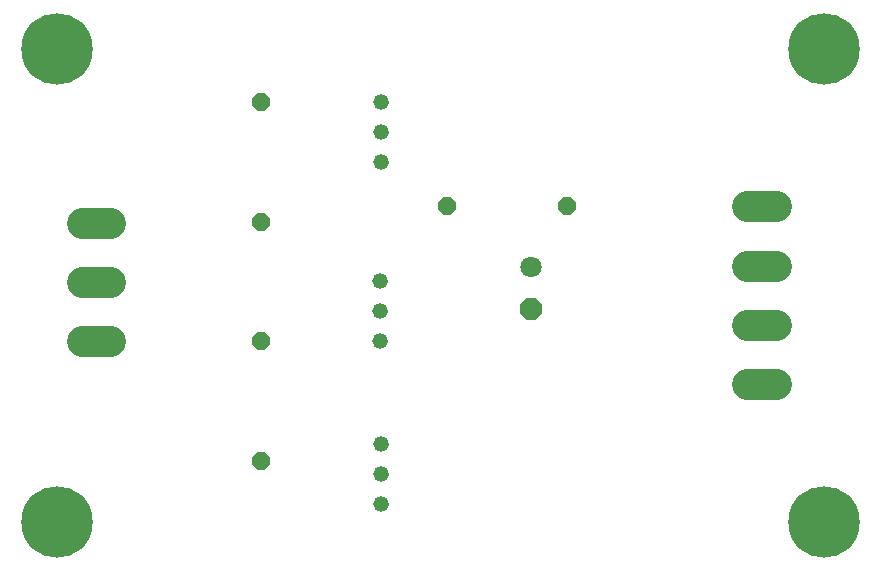
<source format=gbr>
G04 EAGLE Gerber X2 export*
%TF.Part,Single*%
%TF.FileFunction,Soldermask,Top,1*%
%TF.FilePolarity,Negative*%
%TF.GenerationSoftware,Autodesk,EAGLE,9.0.0*%
%TF.CreationDate,2023-01-31T01:08:40Z*%
G75*
%MOMM*%
%FSLAX34Y34*%
%LPD*%
%AMOC8*
5,1,8,0,0,1.08239X$1,22.5*%
G01*
%ADD10P,1.951982X8X292.500000*%
%ADD11C,1.803400*%
%ADD12C,1.320800*%
%ADD13P,1.649562X8X112.500000*%
%ADD14P,1.649562X8X202.500000*%
%ADD15C,2.603200*%
%ADD16C,6.045200*%


D10*
X451600Y229920D03*
D11*
X451600Y265480D03*
D12*
X324600Y354300D03*
X324600Y379700D03*
X324600Y405100D03*
D13*
X223000Y101300D03*
X223000Y202900D03*
D14*
X482000Y316900D03*
X380400Y316900D03*
D12*
X324600Y64900D03*
X324600Y90300D03*
X324600Y115700D03*
X323600Y202600D03*
X323600Y228000D03*
X323600Y253400D03*
D13*
X223000Y303500D03*
X223000Y405100D03*
D15*
X634800Y166900D02*
X658800Y166900D01*
X658800Y216900D02*
X634800Y216900D01*
X634800Y266900D02*
X658800Y266900D01*
X658800Y316900D02*
X634800Y316900D01*
X95300Y303100D02*
X71300Y303100D01*
X71300Y253100D02*
X95300Y253100D01*
X95300Y203100D02*
X71300Y203100D01*
D16*
X700000Y50000D03*
X700000Y450000D03*
X50000Y450000D03*
X50000Y50000D03*
M02*

</source>
